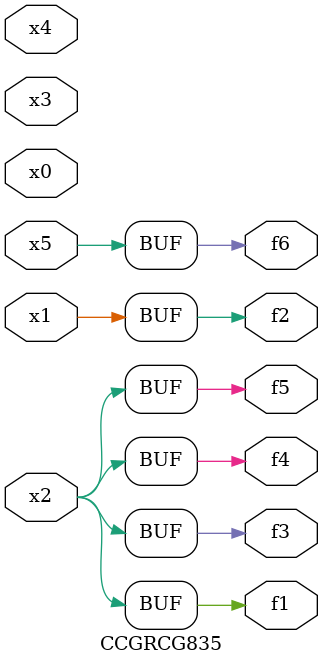
<source format=v>
module CCGRCG835(
	input x0, x1, x2, x3, x4, x5,
	output f1, f2, f3, f4, f5, f6
);
	assign f1 = x2;
	assign f2 = x1;
	assign f3 = x2;
	assign f4 = x2;
	assign f5 = x2;
	assign f6 = x5;
endmodule

</source>
